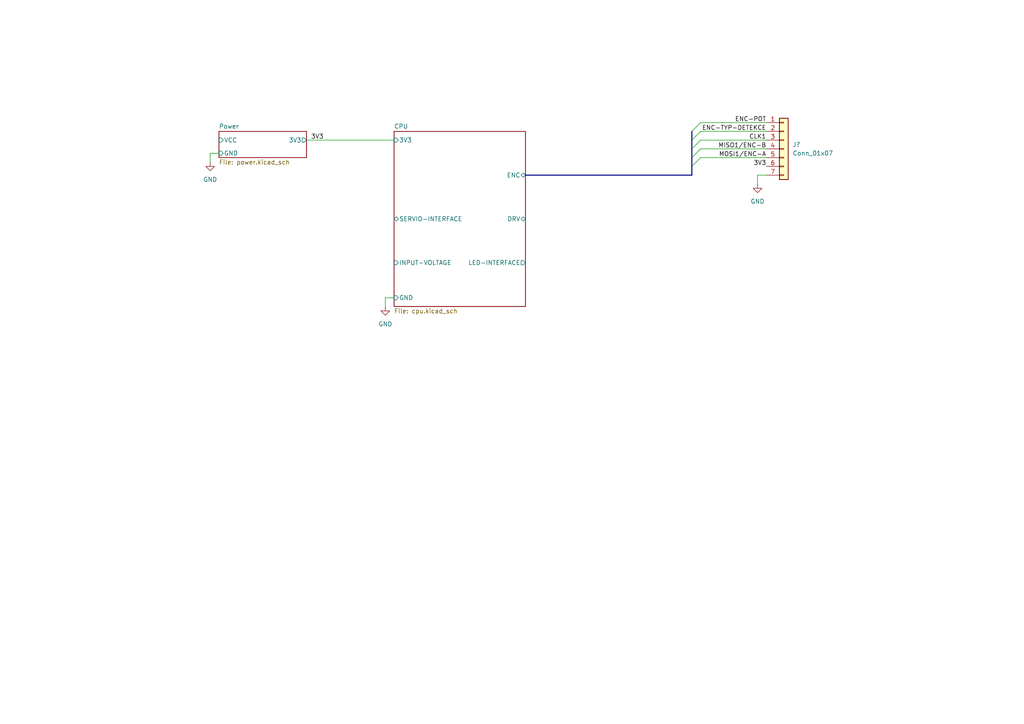
<source format=kicad_sch>
(kicad_sch (version 20211123) (generator eeschema)
  (paper "A4")
  (lib_symbols
    (symbol "Connector_Generic:Conn_01x07" (pin_names (offset 1.016) hide)
      (property "Reference" "J" (at 0 10.16 0))
      (property "Value" "Conn_01x07" (at 0 -10.16 0))
      (symbol "Conn_01x07_1_1"
        (rectangle (start -1.27 -7.493) (end 0 -7.747) (stroke (width 0.1524)))
        (rectangle (start -1.27 -4.953) (end 0 -5.207) (stroke (width 0.1524)))
        (rectangle (start -1.27 -2.413) (end 0 -2.667) (stroke (width 0.1524)))
        (rectangle (start -1.27 0.127) (end 0 -0.127) (stroke (width 0.1524)))
        (rectangle (start -1.27 2.667) (end 0 2.413) (stroke (width 0.1524)))
        (rectangle (start -1.27 5.207) (end 0 4.953) (stroke (width 0.1524)))
        (rectangle (start -1.27 7.747) (end 0 7.493) (stroke (width 0.1524)))
        (rectangle (start -1.27 8.89) (end 1.27 -8.89) (stroke (width 0.254)) (fill (type background)))
        (pin passive line (at -5.08 7.62 0) (length 3.81) (name "Pin_1") (number "1"))
        (pin passive line (at -5.08 5.08 0) (length 3.81) (name "Pin_2") (number "2"))
        (pin passive line (at -5.08 2.54 0) (length 3.81) (name "Pin_3") (number "3"))
        (pin passive line (at -5.08 0 0) (length 3.81) (name "Pin_4") (number "4"))
        (pin passive line (at -5.08 -2.54 0) (length 3.81) (name "Pin_5") (number "5"))
        (pin passive line (at -5.08 -5.08 0) (length 3.81) (name "Pin_6") (number "6"))
        (pin passive line (at -5.08 -7.62 0) (length 3.81) (name "Pin_7") (number "7"))
      )
    )
    (symbol "power:GND" (power) (pin_names (offset 0))
      (property "Value" "GND" (at 0 -3.81 0))
      (symbol "GND_0_1"
        (polyline (pts (xy 0 0) (xy 0 -1.27) (xy 1.27 -1.27) (xy 0 -2.54) (xy -1.27 -1.27) (xy 0 -1.27)))
      )
      (symbol "GND_1_1"
        (pin power_in line (at 0 0 270) (length 0) hide (name "GND") (number "1"))
      )
    )
  )
  (bus_entry (at 200.66 48.26) (size 2.54 -2.54))
  (bus_entry (at 200.66 38.1) (size 2.54 -2.54))
  (bus_entry (at 200.66 43.18) (size 2.54 -2.54))
  (bus_entry (at 200.66 40.64) (size 2.54 -2.54))
  (bus_entry (at 200.66 45.72) (size 2.54 -2.54))
  (wire (pts (xy 203.2 38.1) (xy 222.25 38.1)))
  (wire (pts (xy 60.96 46.99) (xy 60.96 44.45)))
  (wire (pts (xy 60.96 44.45) (xy 63.5 44.45)))
  (bus (pts (xy 200.66 43.18) (xy 200.66 45.72)))
  (wire (pts (xy 111.76 86.36) (xy 114.3 86.36)))
  (wire (pts (xy 203.2 35.56) (xy 222.25 35.56)))
  (bus (pts (xy 200.66 48.26) (xy 200.66 50.8)))
  (bus (pts (xy 200.66 40.64) (xy 200.66 43.18)))
  (wire (pts (xy 203.2 43.18) (xy 222.25 43.18)))
  (wire (pts (xy 111.76 88.9) (xy 111.76 86.36)))
  (bus (pts (xy 200.66 45.72) (xy 200.66 48.26)))
  (wire (pts (xy 219.71 53.34) (xy 219.71 50.8)))
  (wire (pts (xy 203.2 40.64) (xy 222.25 40.64)))
  (wire (pts (xy 219.71 50.8) (xy 222.25 50.8)))
  (wire (pts (xy 203.2 45.72) (xy 222.25 45.72)))
  (bus (pts (xy 200.66 38.1) (xy 200.66 40.64)))
  (wire (pts (xy 88.9 40.64) (xy 114.3 40.64)))
  (bus (pts (xy 152.4 50.8) (xy 200.66 50.8)))
  (label "3V3" (at 222.25 48.26 180))
  (label "3V3" (at 90.17 40.64 0))
  (label "MISO1{slash}ENC-B" (at 222.25 43.18 180))
  (label "CLK1" (at 222.25 40.64 180))
  (label "ENC-TYP-DETEKCE" (at 222.25 38.1 180))
  (label "ENC-POT" (at 222.25 35.56 180))
  (label "MOSI1{slash}ENC-A" (at 222.25 45.72 180))
  (symbol (lib_id "power:GND") (at 219.71 53.34 0) (unit 1)
    (property "Reference" "#PWR?" (effects hide))
    (property "Value" "GND" (at 219.71 58.42 0))
  )
  (symbol (lib_id "Connector_Generic:Conn_01x07") (at 227.33 43.18 0) (unit 1)
    (property "Reference" "J?" (at 229.87 41.9099 0) (effects (justify left)))
    (property "Value" "Conn_01x07" (at 229.87 44.4499 0) (effects (justify left)))
  )
  (symbol (lib_id "power:GND") (at 111.76 88.9 0) (unit 1)
    (property "Reference" "#PWR?" (effects hide))
    (property "Value" "GND" (at 111.76 93.98 0))
  )
  (symbol (lib_id "power:GND") (at 60.96 46.99 0) (unit 1)
    (property "Reference" "#PWR?" (effects hide))
    (property "Value" "GND" (at 60.96 52.07 0))
  )
  (sheet (at 63.5 38.1) (size 25.4 7.62) (stroke (width 0.1524))
    (property "Sheet name" "Power" (at 63.5 37.3884 0) (effects (justify left bottom)))
    (property "Sheet file" "power.kicad_sch" (at 63.5 46.3046 0) (effects (justify left top)))
    (pin "GND" input (at 63.5 44.45 180))
    (pin "3V3" output (at 88.9 40.64 0))
    (pin "VCC" input (at 63.5 40.64 180))
  )
  (sheet (at 114.3 38.1) (size 38.1 50.8) (stroke (width 0.1524))
    (property "Sheet name" "CPU" (at 114.3 37.3884 0) (effects (justify left bottom)))
    (property "Sheet file" "cpu.kicad_sch" (at 114.3 89.4846 0) (effects (justify left top)))
    (pin "3V3" input (at 114.3 40.64 180))
    (pin "GND" input (at 114.3 86.36 180))
    (pin "SERVIO-INTERFACE" bidirectional (at 114.3 63.5 180))
    (pin "INPUT-VOLTAGE" input (at 114.3 76.2 180))
    (pin "ENC" bidirectional (at 152.4 50.8 0))
    (pin "DRV" bidirectional (at 152.4 63.5 0))
    (pin "LED-INTERFACE" output (at 152.4 76.2 0))
  )
)
</source>
